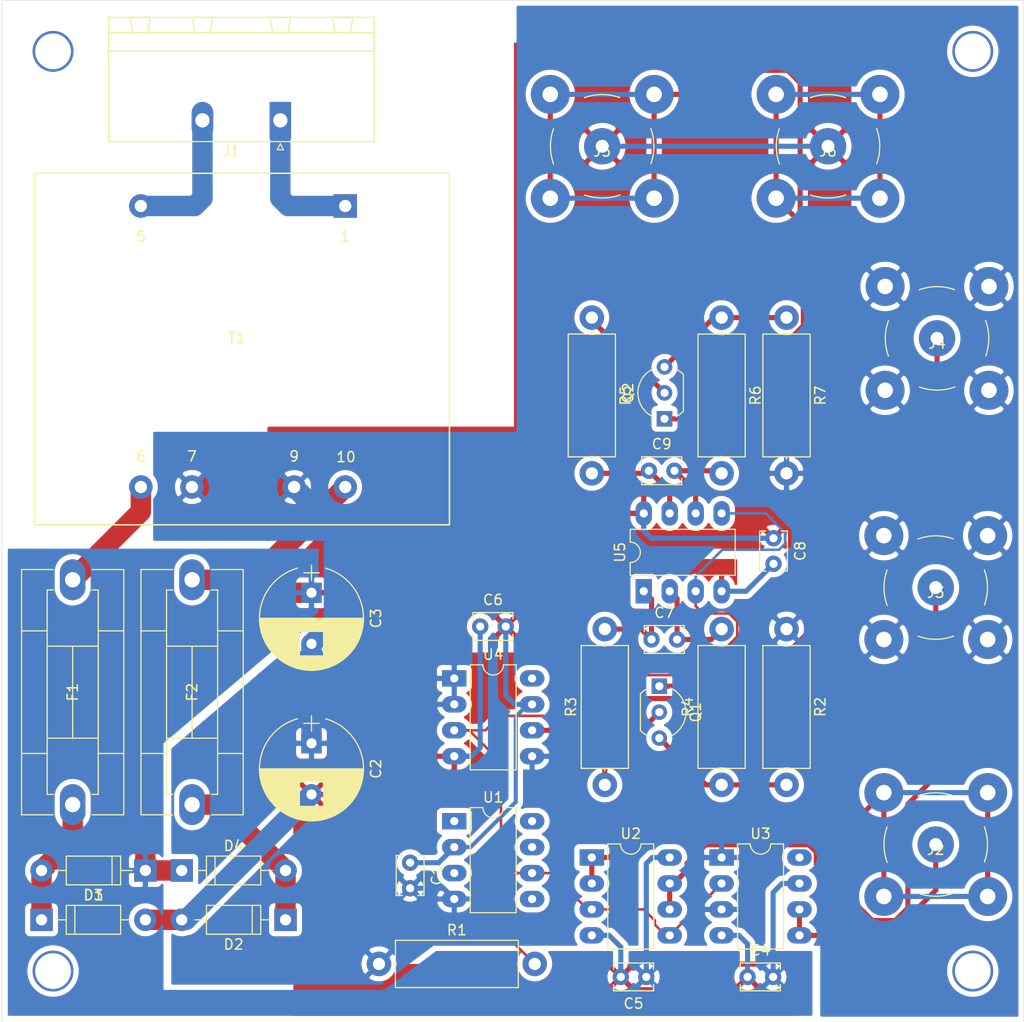
<source format=kicad_pcb>
(kicad_pcb (version 20171130) (host pcbnew 5.1.5-5.1.5)
  (layers (0 F.Cu signal) (31 B.Cu signal) (35 F.Paste user) (37 F.SilkS user) (38 B.Mask user) (39 F.Mask user) (44 Edge.Cuts user))
  (net 0 "")
  (net 1 +9V)
  (net 2 GND)
  (net 3 -9V)
  (net 4 "Net-(D1-Pad1)")
  (net 5 "Net-(D2-Pad1)")
  (net 6 "Net-(F1-Pad1)")
  (net 7 "Net-(F2-Pad1)")
  (net 8 "Net-(J1-Pad1)")
  (net 9 "Net-(J1-Pad2)")
  (net 10 /+10V)
  (net 11 /-10V)
  (net 12 /+5V)
  (net 13 /+2.5V)
  (net 14 /REF)
  (net 15 "Net-(U1-Pad1)")
  (net 16 "Net-(U1-Pad5)")
  (net 17 "Net-(U1-Pad3)")
  (net 18 "Net-(U1-Pad7)")
  (net 19 "Net-(U1-Pad8)")
  (net 20 "Net-(U3-Pad8)")
  (net 21 "Net-(U4-Pad8)")
  (net 22 "Net-(C7-Pad1)")
  (net 23 "Net-(C7-Pad2)")
  (net 24 "Net-(C9-Pad1)")
  (net 25 "Net-(C9-Pad2)")
  (net 26 "Net-(J5-Pad2)")
  (net 27 "Net-(J6-Pad2)")
  (net 28 "Net-(Q1-Pad2)")
  (net 29 "Net-(Q1-Pad3)")
  (net 30 "Net-(Q2-Pad2)")
  (net 31 "Net-(Q2-Pad3)")
  (module Präzisionsspannungsquelle:Print-BNC-REICHELT (layer F.Cu) (at 206.375 102.616)
    (fp_text reference J2 (at 0 0.5) (layer F.SilkS))
    (fp_text value "Reichelt: R 141 426")
    (pad 2 thru_hole circle (at 5.08 5.08) (size 3.81 3.81) (drill 1.524) (layers *.Cu *.Mask) (net 10 /+10V))
    (pad 2 thru_hole circle (at -5.08 -5.08) (size 3.81 3.81) (drill 1.524) (layers *.Cu *.Mask) (net 10 /+10V))
    (pad 1 thru_hole circle (at 0 0) (size 3.556 3.556) (drill 1.27) (layers *.Cu *.Mask) (net 11 /-10V))
    (pad 2 thru_hole circle (at -5.08 5.08) (size 3.81 3.81) (drill 1.524) (layers *.Cu *.Mask) (net 10 /+10V))
    (pad 2 thru_hole circle (at 5.08 -5.08) (size 3.81 3.81) (drill 1.524) (layers *.Cu *.Mask) (net 10 /+10V))
  )
  (module Präzisionsspannungsquelle:Print-BNC-REICHELT (layer F.Cu) (at 195.834 34.29)
    (fp_text reference J6 (at 0 0.5) (layer F.SilkS))
    (fp_text value "Reichelt: R 141 426")
    (pad 2 thru_hole circle (at 5.08 5.08) (size 3.81 3.81) (drill 1.524) (layers *.Cu *.Mask) (net 27 "Net-(J6-Pad2)"))
    (pad 2 thru_hole circle (at -5.08 -5.08) (size 3.81 3.81) (drill 1.524) (layers *.Cu *.Mask) (net 27 "Net-(J6-Pad2)"))
    (pad 1 thru_hole circle (at 0 0) (size 3.556 3.556) (drill 1.27) (layers *.Cu *.Mask) (net 1 +9V))
    (pad 2 thru_hole circle (at -5.08 5.08) (size 3.81 3.81) (drill 1.524) (layers *.Cu *.Mask) (net 27 "Net-(J6-Pad2)"))
    (pad 2 thru_hole circle (at 5.08 -5.08) (size 3.81 3.81) (drill 1.524) (layers *.Cu *.Mask) (net 27 "Net-(J6-Pad2)"))
  )
  (module Präzisionsspannungsquelle:Print-BNC-REICHELT (layer F.Cu) (at 206.375 77.47)
    (fp_text reference J3 (at 0 0.5) (layer F.SilkS))
    (fp_text value "Reichelt: R 141 426")
    (pad 2 thru_hole circle (at 5.08 5.08) (size 3.81 3.81) (drill 1.524) (layers *.Cu *.Mask) (net 2 GND))
    (pad 2 thru_hole circle (at -5.08 -5.08) (size 3.81 3.81) (drill 1.524) (layers *.Cu *.Mask) (net 2 GND))
    (pad 1 thru_hole circle (at 0 0) (size 3.556 3.556) (drill 1.27) (layers *.Cu *.Mask) (net 12 /+5V))
    (pad 2 thru_hole circle (at -5.08 5.08) (size 3.81 3.81) (drill 1.524) (layers *.Cu *.Mask) (net 2 GND))
    (pad 2 thru_hole circle (at 5.08 -5.08) (size 3.81 3.81) (drill 1.524) (layers *.Cu *.Mask) (net 2 GND))
  )
  (module Capacitors_THT:CP_Radial_D10.0mm_P5.00mm (layer F.Cu) (at 145.288 77.978 270)
    (fp_text reference C3 (at 2.5 -6.31 90) (layer F.SilkS))
    (fp_text value 100uF)
    (pad 1 thru_hole rect (at 0 0 270) (size 2 2) (drill 1) (layers *.Cu *.Mask) (net 1 +9V))
    (pad 2 thru_hole circle (at 5 0 270) (size 2 2) (drill 1) (layers *.Cu *.Mask) (net 2 GND))
  )
  (module Präzisionsspannungsquelle:DIP-8_W7.62mm_LongPads (layer F.Cu) (at 177.8 77.832 90)
    (fp_text reference U5 (at 3.81 -2.33 90) (layer F.SilkS))
    (fp_text value LT1013)
    (pad 1 thru_hole rect (at 0 0 90) (size 2.4 1.6) (drill 0.8) (layers *.Cu *.Mask) (net 22 "Net-(C7-Pad1)"))
    (pad 5 thru_hole oval (at 7.62 7.62 90) (size 2.4 1.6) (drill 0.8) (layers *.Cu *.Mask) (net 14 /REF))
    (pad 2 thru_hole oval (at 0 2.54 90) (size 2.4 1.6) (drill 0.8) (layers *.Cu *.Mask) (net 23 "Net-(C7-Pad2)"))
    (pad 6 thru_hole oval (at 7.62 5.08 90) (size 2.4 1.6) (drill 0.8) (layers *.Cu *.Mask) (net 25 "Net-(C9-Pad2)"))
    (pad 3 thru_hole oval (at 0 5.08 90) (size 2.4 1.6) (drill 0.8) (layers *.Cu *.Mask) (net 14 /REF))
    (pad 7 thru_hole oval (at 7.62 2.54 90) (size 2.4 1.6) (drill 0.8) (layers *.Cu *.Mask) (net 24 "Net-(C9-Pad1)"))
    (pad 4 thru_hole oval (at 0 7.62 90) (size 2.4 1.6) (drill 0.8) (layers *.Cu *.Mask) (net 3 -9V))
    (pad 8 thru_hole oval (at 7.62 0 90) (size 2.4 1.6) (drill 0.8) (layers *.Cu *.Mask) (net 1 +9V))
  )
  (module Resistors_THT:R_Axial_DIN0414_L11.9mm_D4.5mm_P15.24mm_Horizontal (layer F.Cu) (at 191.77 51.054 270)
    (fp_text reference R7 (at 7.62 -3.31 90) (layer F.SilkS))
    (fp_text value "1k 0,1%")
    (pad 1 thru_hole circle (at 0 0 270) (size 2.4 2.4) (drill 1.2) (layers *.Cu *.Mask) (net 31 "Net-(Q2-Pad3)"))
    (pad 2 thru_hole oval (at 15.24 0 270) (size 2.4 2.4) (drill 1.2) (layers *.Cu *.Mask) (net 2 GND))
  )
  (module Resistors_THT:R_Axial_DIN0414_L11.9mm_D4.5mm_P15.24mm_Horizontal (layer F.Cu) (at 185.42 51.054 270)
    (fp_text reference R6 (at 7.62 -3.31 90) (layer F.SilkS))
    (fp_text value 100k)
    (pad 1 thru_hole circle (at 0 0 270) (size 2.4 2.4) (drill 1.2) (layers *.Cu *.Mask) (net 31 "Net-(Q2-Pad3)"))
    (pad 2 thru_hole oval (at 15.24 0 270) (size 2.4 2.4) (drill 1.2) (layers *.Cu *.Mask) (net 25 "Net-(C9-Pad2)"))
  )
  (module Resistors_THT:R_Axial_DIN0414_L11.9mm_D4.5mm_P15.24mm_Horizontal (layer F.Cu) (at 172.72 51.054 270)
    (fp_text reference R5 (at 7.62 -3.31 90) (layer F.SilkS))
    (fp_text value 1k)
    (pad 1 thru_hole circle (at 0 0 270) (size 2.4 2.4) (drill 1.2) (layers *.Cu *.Mask) (net 30 "Net-(Q2-Pad2)"))
    (pad 2 thru_hole oval (at 15.24 0 270) (size 2.4 2.4) (drill 1.2) (layers *.Cu *.Mask) (net 24 "Net-(C9-Pad1)"))
  )
  (module Resistors_THT:R_Axial_DIN0414_L11.9mm_D4.5mm_P15.24mm_Horizontal (layer F.Cu) (at 185.42 96.774 90)
    (fp_text reference R4 (at 7.62 -3.31 90) (layer F.SilkS))
    (fp_text value 10k)
    (pad 1 thru_hole circle (at 0 0 90) (size 2.4 2.4) (drill 1.2) (layers *.Cu *.Mask) (net 29 "Net-(Q1-Pad3)"))
    (pad 2 thru_hole oval (at 15.24 0 90) (size 2.4 2.4) (drill 1.2) (layers *.Cu *.Mask) (net 23 "Net-(C7-Pad2)"))
  )
  (module Resistors_THT:R_Axial_DIN0414_L11.9mm_D4.5mm_P15.24mm_Horizontal (layer F.Cu) (at 173.99 96.774 90)
    (fp_text reference R3 (at 7.62 -3.31 90) (layer F.SilkS))
    (fp_text value 1k)
    (pad 1 thru_hole circle (at 0 0 90) (size 2.4 2.4) (drill 1.2) (layers *.Cu *.Mask) (net 28 "Net-(Q1-Pad2)"))
    (pad 2 thru_hole oval (at 15.24 0 90) (size 2.4 2.4) (drill 1.2) (layers *.Cu *.Mask) (net 22 "Net-(C7-Pad1)"))
  )
  (module Resistors_THT:R_Axial_DIN0414_L11.9mm_D4.5mm_P15.24mm_Horizontal (layer F.Cu) (at 191.77 81.534 270)
    (fp_text reference R2 (at 7.62 -3.31 90) (layer F.SilkS))
    (fp_text value "100R 0,1%")
    (pad 1 thru_hole circle (at 0 0 270) (size 2.4 2.4) (drill 1.2) (layers *.Cu *.Mask) (net 2 GND))
    (pad 2 thru_hole oval (at 15.24 0 270) (size 2.4 2.4) (drill 1.2) (layers *.Cu *.Mask) (net 29 "Net-(Q1-Pad3)"))
  )
  (module TO_SOT_Packages_THT:TO-92_Inline_Wide (layer F.Cu) (at 179.832 60.96 90)
    (fp_text reference Q2 (at 2.54 -3.56 270) (layer F.SilkS))
    (fp_text value BS170)
    (pad 2 thru_hole circle (at 2.54 0 180) (size 1.52 1.52) (drill 0.8) (layers *.Cu *.Mask) (net 30 "Net-(Q2-Pad2)"))
    (pad 3 thru_hole circle (at 5.08 0 180) (size 1.52 1.52) (drill 0.8) (layers *.Cu *.Mask) (net 31 "Net-(Q2-Pad3)"))
    (pad 1 thru_hole rect (at 0 0 180) (size 1.52 1.52) (drill 0.8) (layers *.Cu *.Mask) (net 27 "Net-(J6-Pad2)"))
  )
  (module TO_SOT_Packages_THT:TO-92_Inline_Wide (layer F.Cu) (at 179.324 87.122 270)
    (fp_text reference Q1 (at 2.54 -3.56 270) (layer F.SilkS))
    (fp_text value BS170)
    (pad 2 thru_hole circle (at 2.54 0) (size 1.52 1.52) (drill 0.8) (layers *.Cu *.Mask) (net 28 "Net-(Q1-Pad2)"))
    (pad 3 thru_hole circle (at 5.08 0) (size 1.52 1.52) (drill 0.8) (layers *.Cu *.Mask) (net 29 "Net-(Q1-Pad3)"))
    (pad 1 thru_hole rect (at 0 0) (size 1.52 1.52) (drill 0.8) (layers *.Cu *.Mask) (net 26 "Net-(J5-Pad2)"))
  )
  (module Präzisionsspannungsquelle:Print-BNC-REICHELT (layer F.Cu) (at 173.736 34.29)
    (fp_text reference J5 (at 0 0.5) (layer F.SilkS))
    (fp_text value "Reichelt: R 141 426")
    (pad 2 thru_hole circle (at 5.08 5.08) (size 3.81 3.81) (drill 1.524) (layers *.Cu *.Mask) (net 26 "Net-(J5-Pad2)"))
    (pad 2 thru_hole circle (at -5.08 -5.08) (size 3.81 3.81) (drill 1.524) (layers *.Cu *.Mask) (net 26 "Net-(J5-Pad2)"))
    (pad 1 thru_hole circle (at 0 0) (size 3.556 3.556) (drill 1.27) (layers *.Cu *.Mask) (net 1 +9V))
    (pad 2 thru_hole circle (at -5.08 5.08) (size 3.81 3.81) (drill 1.524) (layers *.Cu *.Mask) (net 26 "Net-(J5-Pad2)"))
    (pad 2 thru_hole circle (at 5.08 -5.08) (size 3.81 3.81) (drill 1.524) (layers *.Cu *.Mask) (net 26 "Net-(J5-Pad2)"))
  )
  (module Capacitors_THT:C_Disc_D3.8mm_W2.6mm_P2.50mm (layer F.Cu) (at 178.308 66.04)
    (fp_text reference C9 (at 1.25 -2.61) (layer F.SilkS))
    (fp_text value 100nF)
    (pad 1 thru_hole circle (at 0 0) (size 1.6 1.6) (drill 0.8) (layers *.Cu *.Mask) (net 24 "Net-(C9-Pad1)"))
    (pad 2 thru_hole circle (at 2.5 0) (size 1.6 1.6) (drill 0.8) (layers *.Cu *.Mask) (net 25 "Net-(C9-Pad2)"))
  )
  (module Capacitors_THT:C_Disc_D3.8mm_W2.6mm_P2.50mm (layer F.Cu) (at 190.5 72.644 270)
    (fp_text reference C8 (at 1.25 -2.61 90) (layer F.SilkS))
    (fp_text value 100nF)
    (pad 1 thru_hole circle (at 0 0 270) (size 1.6 1.6) (drill 0.8) (layers *.Cu *.Mask) (net 1 +9V))
    (pad 2 thru_hole circle (at 2.5 0 270) (size 1.6 1.6) (drill 0.8) (layers *.Cu *.Mask) (net 3 -9V))
  )
  (module Capacitors_THT:C_Disc_D3.8mm_W2.6mm_P2.50mm (layer F.Cu) (at 178.562 82.55)
    (fp_text reference C7 (at 1.25 -2.61) (layer F.SilkS))
    (fp_text value 100nF)
    (pad 1 thru_hole circle (at 0 0) (size 1.6 1.6) (drill 0.8) (layers *.Cu *.Mask) (net 22 "Net-(C7-Pad1)"))
    (pad 2 thru_hole circle (at 2.5 0) (size 1.6 1.6) (drill 0.8) (layers *.Cu *.Mask) (net 23 "Net-(C7-Pad2)"))
  )
  (module Präzisionsspannungsquelle:DIP-8_W7.62mm_LongPads (layer F.Cu) (at 159.258 86.36)
    (fp_text reference U4 (at 3.81 -2.33) (layer F.SilkS))
    (fp_text value INA105KP)
    (pad 1 thru_hole rect (at 0 0) (size 2.4 1.6) (drill 0.8) (layers *.Cu *.Mask) (net 2 GND))
    (pad 5 thru_hole oval (at 7.62 7.62) (size 2.4 1.6) (drill 0.8) (layers *.Cu *.Mask) (net 2 GND))
    (pad 2 thru_hole oval (at 0 2.54) (size 2.4 1.6) (drill 0.8) (layers *.Cu *.Mask) (net 2 GND))
    (pad 6 thru_hole oval (at 7.62 5.08) (size 2.4 1.6) (drill 0.8) (layers *.Cu *.Mask) (net 13 /+2.5V))
    (pad 3 thru_hole oval (at 0 5.08) (size 2.4 1.6) (drill 0.8) (layers *.Cu *.Mask) (net 14 /REF))
    (pad 7 thru_hole oval (at 7.62 2.54) (size 2.4 1.6) (drill 0.8) (layers *.Cu *.Mask) (net 1 +9V))
    (pad 4 thru_hole oval (at 0 7.62) (size 2.4 1.6) (drill 0.8) (layers *.Cu *.Mask) (net 3 -9V))
    (pad 8 thru_hole oval (at 7.62 0) (size 2.4 1.6) (drill 0.8) (layers *.Cu *.Mask) (net 21 "Net-(U4-Pad8)"))
  )
  (module Präzisionsspannungsquelle:DIP-8_W7.62mm_LongPads (layer F.Cu) (at 185.42 103.886)
    (fp_text reference U3 (at 3.81 -2.33) (layer F.SilkS))
    (fp_text value INA105KP)
    (pad 1 thru_hole rect (at 0 0) (size 2.4 1.6) (drill 0.8) (layers *.Cu *.Mask) (net 2 GND))
    (pad 5 thru_hole oval (at 7.62 7.62) (size 2.4 1.6) (drill 0.8) (layers *.Cu *.Mask) (net 11 /-10V))
    (pad 2 thru_hole oval (at 0 2.54) (size 2.4 1.6) (drill 0.8) (layers *.Cu *.Mask) (net 14 /REF))
    (pad 6 thru_hole oval (at 7.62 5.08) (size 2.4 1.6) (drill 0.8) (layers *.Cu *.Mask) (net 11 /-10V))
    (pad 3 thru_hole oval (at 0 5.08) (size 2.4 1.6) (drill 0.8) (layers *.Cu *.Mask) (net 2 GND))
    (pad 7 thru_hole oval (at 7.62 2.54) (size 2.4 1.6) (drill 0.8) (layers *.Cu *.Mask) (net 1 +9V))
    (pad 4 thru_hole oval (at 0 7.62) (size 2.4 1.6) (drill 0.8) (layers *.Cu *.Mask) (net 3 -9V))
    (pad 8 thru_hole oval (at 7.62 0) (size 2.4 1.6) (drill 0.8) (layers *.Cu *.Mask) (net 20 "Net-(U3-Pad8)"))
  )
  (module Präzisionsspannungsquelle:DIP-8_W7.62mm_LongPads (layer F.Cu) (at 172.72 103.886)
    (fp_text reference U2 (at 3.81 -2.33) (layer F.SilkS))
    (fp_text value LT1013)
    (pad 1 thru_hole rect (at 0 0) (size 2.4 1.6) (drill 0.8) (layers *.Cu *.Mask) (net 10 /+10V))
    (pad 5 thru_hole oval (at 7.62 7.62) (size 2.4 1.6) (drill 0.8) (layers *.Cu *.Mask) (net 14 /REF))
    (pad 2 thru_hole oval (at 0 2.54) (size 2.4 1.6) (drill 0.8) (layers *.Cu *.Mask) (net 10 /+10V))
    (pad 6 thru_hole oval (at 7.62 5.08) (size 2.4 1.6) (drill 0.8) (layers *.Cu *.Mask) (net 12 /+5V))
    (pad 3 thru_hole oval (at 0 5.08) (size 2.4 1.6) (drill 0.8) (layers *.Cu *.Mask) (net 14 /REF))
    (pad 7 thru_hole oval (at 7.62 2.54) (size 2.4 1.6) (drill 0.8) (layers *.Cu *.Mask) (net 12 /+5V))
    (pad 4 thru_hole oval (at 0 7.62) (size 2.4 1.6) (drill 0.8) (layers *.Cu *.Mask) (net 3 -9V))
    (pad 8 thru_hole oval (at 7.62 0) (size 2.4 1.6) (drill 0.8) (layers *.Cu *.Mask) (net 1 +9V))
  )
  (module Präzisionsspannungsquelle:DIP-8_W7.62mm_LongPads (layer F.Cu) (at 159.258 100.33)
    (fp_text reference U1 (at 3.81 -2.33) (layer F.SilkS))
    (fp_text value LT1021)
    (pad 1 thru_hole rect (at 0 0) (size 2.4 1.6) (drill 0.8) (layers *.Cu *.Mask) (net 15 "Net-(U1-Pad1)"))
    (pad 5 thru_hole oval (at 7.62 7.62) (size 2.4 1.6) (drill 0.8) (layers *.Cu *.Mask) (net 16 "Net-(U1-Pad5)"))
    (pad 2 thru_hole oval (at 0 2.54) (size 2.4 1.6) (drill 0.8) (layers *.Cu *.Mask) (net 1 +9V))
    (pad 6 thru_hole oval (at 7.62 5.08) (size 2.4 1.6) (drill 0.8) (layers *.Cu *.Mask) (net 14 /REF))
    (pad 3 thru_hole oval (at 0 5.08) (size 2.4 1.6) (drill 0.8) (layers *.Cu *.Mask) (net 17 "Net-(U1-Pad3)"))
    (pad 7 thru_hole oval (at 7.62 2.54) (size 2.4 1.6) (drill 0.8) (layers *.Cu *.Mask) (net 18 "Net-(U1-Pad7)"))
    (pad 4 thru_hole oval (at 0 7.62) (size 2.4 1.6) (drill 0.8) (layers *.Cu *.Mask) (net 2 GND))
    (pad 8 thru_hole oval (at 7.62 0) (size 2.4 1.6) (drill 0.8) (layers *.Cu *.Mask) (net 19 "Net-(U1-Pad8)"))
  )
  (module Präzisionsspannungsquelle:Transformer_Gerth_387.18.2-40,6x34,2 (layer F.Cu) (at 148.59 40.132 180)
    (fp_text reference T1 (at 10.62228 -12.8905) (layer F.SilkS))
    (fp_text value "Reichelt: Gerth 387.18-2")
    (fp_text user 10 (at -0.0762 -24.56942) (layer F.SilkS))
    (fp_text user 9 (at 5 -24.5) (layer F.SilkS))
    (fp_text user 7 (at 15 -24.5) (layer F.SilkS))
    (fp_text user 6 (at 20 -24.5) (layer F.SilkS))
    (fp_text user 5 (at 20 -3) (layer F.SilkS))
    (fp_text user 1 (at 0 -3) (layer F.SilkS))
    (pad 1 thru_hole rect (at 0 0 180) (size 2.3 2.3) (drill 1.2) (layers *.Cu *.Mask) (net 8 "Net-(J1-Pad1)"))
    (pad 5 thru_hole circle (at 20 0 180) (size 2.3 2.3) (drill 1.2) (layers *.Cu *.Mask) (net 9 "Net-(J1-Pad2)"))
    (pad 6 thru_hole circle (at 20 -27.5 180) (size 2.3 2.3) (drill 1.2) (layers *.Cu *.Mask) (net 6 "Net-(F1-Pad1)"))
    (pad 7 thru_hole circle (at 15 -27.5 180) (size 2.3 2.3) (drill 1.2) (layers *.Cu *.Mask) (net 2 GND))
    (pad 9 thru_hole circle (at 5 -27.5 180) (size 2.3 2.3) (drill 1.2) (layers *.Cu *.Mask) (net 2 GND))
    (pad 10 thru_hole circle (at 0 -27.5 180) (size 2.3 2.3) (drill 1.2) (layers *.Cu *.Mask) (net 7 "Net-(F2-Pad1)"))
  )
  (module Resistors_THT:R_Axial_DIN0414_L11.9mm_D4.5mm_P15.24mm_Horizontal (layer F.Cu) (at 151.892 114.3)
    (fp_text reference R1 (at 7.62 -3.31) (layer F.SilkS))
    (fp_text value 4k7)
    (pad 1 thru_hole circle (at 0 0) (size 2.4 2.4) (drill 1.2) (layers *.Cu *.Mask) (net 2 GND))
    (pad 2 thru_hole oval (at 15.24 0) (size 2.4 2.4) (drill 1.2) (layers *.Cu *.Mask) (net 14 /REF))
  )
  (module Präzisionsspannungsquelle:Print-BNC-REICHELT (layer F.Cu) (at 206.502 53.086)
    (fp_text reference J4 (at 0 0.5) (layer F.SilkS))
    (fp_text value "Reichelt: R 141 426")
    (pad 2 thru_hole circle (at 5.08 5.08) (size 3.81 3.81) (drill 1.524) (layers *.Cu *.Mask) (net 2 GND))
    (pad 2 thru_hole circle (at -5.08 -5.08) (size 3.81 3.81) (drill 1.524) (layers *.Cu *.Mask) (net 2 GND))
    (pad 1 thru_hole circle (at 0 0) (size 3.556 3.556) (drill 1.27) (layers *.Cu *.Mask) (net 13 /+2.5V))
    (pad 2 thru_hole circle (at -5.08 5.08) (size 3.81 3.81) (drill 1.524) (layers *.Cu *.Mask) (net 2 GND))
    (pad 2 thru_hole circle (at 5.08 -5.08) (size 3.81 3.81) (drill 1.524) (layers *.Cu *.Mask) (net 2 GND))
  )
  (module Connectors_Phoenix:PhoenixContact_GMSTB-GF_02x7.62mm_Angled_ThreadedFlange (layer F.Cu) (at 142.24 31.75 180)
    (fp_text reference J1 (at 4.81 -3) (layer F.SilkS))
    (fp_text value 230VAC-Netzstecker)
    (pad 1 thru_hole rect (at 0 0 180) (size 2.1 3.6) (drill 1.4) (layers *.Cu *.Mask) (net 8 "Net-(J1-Pad1)"))
    (pad 2 thru_hole oval (at 7.62 0 180) (size 2.1 3.6) (drill 1.4) (layers *.Cu *.Mask) (net 9 "Net-(J1-Pad2)"))
  )
  (module Fuse_Holders_and_Fuses:Fuseholder5x20_horiz_SemiClosed_Casing10x25mm (layer F.Cu) (at 133.604 76.708 270)
    (fp_text reference F2 (at 11 0 90) (layer F.SilkS))
    (fp_text value 200mA)
    (pad 2 thru_hole oval (at 22 0 180) (size 2.5 4) (drill 1.5) (layers *.Cu *.Mask) (net 5 "Net-(D2-Pad1)"))
    (pad 1 thru_hole oval (at 0 0 180) (size 2.5 4) (drill 1.5) (layers *.Cu *.Mask) (net 7 "Net-(F2-Pad1)"))
  )
  (module Fuse_Holders_and_Fuses:Fuseholder5x20_horiz_SemiClosed_Casing10x25mm (layer F.Cu) (at 121.92 76.708 270)
    (fp_text reference F1 (at 11 0 90) (layer F.SilkS))
    (fp_text value 200mA)
    (pad 2 thru_hole oval (at 22 0 180) (size 2.5 4) (drill 1.5) (layers *.Cu *.Mask) (net 4 "Net-(D1-Pad1)"))
    (pad 1 thru_hole oval (at 0 0 180) (size 2.5 4) (drill 1.5) (layers *.Cu *.Mask) (net 6 "Net-(F1-Pad1)"))
  )
  (module Diodes_THT:D_DO-41_SOD81_P10.16mm_Horizontal (layer F.Cu) (at 132.588 105.156)
    (fp_text reference D4 (at 5.08 -2.41) (layer F.SilkS))
    (fp_text value 1N4001)
    (pad 1 thru_hole rect (at 0 0) (size 2.2 2.2) (drill 1.1) (layers *.Cu *.Mask) (net 1 +9V))
    (pad 2 thru_hole oval (at 10.16 0) (size 2.2 2.2) (drill 1.1) (layers *.Cu *.Mask) (net 5 "Net-(D2-Pad1)"))
  )
  (module Diodes_THT:D_DO-41_SOD81_P10.16mm_Horizontal (layer F.Cu) (at 129.032 105.156 180)
    (fp_text reference D3 (at 5.08 -2.41) (layer F.SilkS))
    (fp_text value 1N4001)
    (pad 1 thru_hole rect (at 0 0 180) (size 2.2 2.2) (drill 1.1) (layers *.Cu *.Mask) (net 1 +9V))
    (pad 2 thru_hole oval (at 10.16 0 180) (size 2.2 2.2) (drill 1.1) (layers *.Cu *.Mask) (net 4 "Net-(D1-Pad1)"))
  )
  (module Diodes_THT:D_DO-41_SOD81_P10.16mm_Horizontal (layer F.Cu) (at 142.748 109.982 180)
    (fp_text reference D2 (at 5.08 -2.41) (layer F.SilkS))
    (fp_text value 1N4001)
    (pad 1 thru_hole rect (at 0 0 180) (size 2.2 2.2) (drill 1.1) (layers *.Cu *.Mask) (net 5 "Net-(D2-Pad1)"))
    (pad 2 thru_hole oval (at 10.16 0 180) (size 2.2 2.2) (drill 1.1) (layers *.Cu *.Mask) (net 3 -9V))
  )
  (module Diodes_THT:D_DO-41_SOD81_P10.16mm_Horizontal (layer F.Cu) (at 118.872 109.982)
    (fp_text reference D1 (at 5.08 -2.41) (layer F.SilkS))
    (fp_text value 1N4001)
    (pad 1 thru_hole rect (at 0 0) (size 2.2 2.2) (drill 1.1) (layers *.Cu *.Mask) (net 4 "Net-(D1-Pad1)"))
    (pad 2 thru_hole oval (at 10.16 0) (size 2.2 2.2) (drill 1.1) (layers *.Cu *.Mask) (net 3 -9V))
  )
  (module Capacitors_THT:C_Disc_D3.8mm_W2.6mm_P2.50mm (layer F.Cu) (at 161.798 81.28)
    (fp_text reference C6 (at 1.25 -2.61) (layer F.SilkS))
    (fp_text value 100nF)
    (pad 1 thru_hole circle (at 0 0) (size 1.6 1.6) (drill 0.8) (layers *.Cu *.Mask) (net 3 -9V))
    (pad 2 thru_hole circle (at 2.5 0) (size 1.6 1.6) (drill 0.8) (layers *.Cu *.Mask) (net 1 +9V))
  )
  (module Capacitors_THT:C_Disc_D3.8mm_W2.6mm_P2.50mm (layer F.Cu) (at 178.054 115.57 180)
    (fp_text reference C5 (at 1.25 -2.61) (layer F.SilkS))
    (fp_text value 100nF)
    (pad 1 thru_hole circle (at 0 0 180) (size 1.6 1.6) (drill 0.8) (layers *.Cu *.Mask) (net 1 +9V))
    (pad 2 thru_hole circle (at 2.5 0 180) (size 1.6 1.6) (drill 0.8) (layers *.Cu *.Mask) (net 3 -9V))
  )
  (module Capacitors_THT:C_Disc_D3.8mm_W2.6mm_P2.50mm (layer F.Cu) (at 187.96 115.57)
    (fp_text reference C4 (at 1.25 -2.61) (layer F.SilkS))
    (fp_text value 100nF)
    (pad 1 thru_hole circle (at 0 0) (size 1.6 1.6) (drill 0.8) (layers *.Cu *.Mask) (net 3 -9V))
    (pad 2 thru_hole circle (at 2.5 0) (size 1.6 1.6) (drill 0.8) (layers *.Cu *.Mask) (net 1 +9V))
  )
  (module Capacitors_THT:CP_Radial_D10.0mm_P5.00mm (layer F.Cu) (at 145.288 92.71 270)
    (fp_text reference C2 (at 2.5 -6.31 90) (layer F.SilkS))
    (fp_text value 100uF)
    (pad 1 thru_hole rect (at 0 0 270) (size 2 2) (drill 1) (layers *.Cu *.Mask) (net 2 GND))
    (pad 2 thru_hole circle (at 5 0 270) (size 2 2) (drill 1) (layers *.Cu *.Mask) (net 3 -9V))
  )
  (module Capacitors_THT:C_Disc_D3.8mm_W2.6mm_P2.50mm (layer F.Cu) (at 154.94 104.394 270)
    (fp_text reference C1 (at 1.25 -2.61 90) (layer F.SilkS))
    (fp_text value 100nF)
    (pad 1 thru_hole circle (at 0 0 270) (size 1.6 1.6) (drill 0.8) (layers *.Cu *.Mask) (net 1 +9V))
    (pad 2 thru_hole circle (at 2.5 0 270) (size 1.6 1.6) (drill 0.8) (layers *.Cu *.Mask) (net 2 GND))
  )
  (gr_line (start 115 120) (end 115 20) (layer Edge.Cuts) (width 0.05))
  (gr_line (start 215 120) (end 115 120) (layer Edge.Cuts) (width 0.05))
  (gr_line (start 215 20) (end 215 120) (layer Edge.Cuts) (width 0.05))
  (gr_line (start 115 20) (end 215 20) (layer Edge.Cuts) (width 0.05))
  (via (at 120 25) (size 4) (drill 3.5) (layers F.Cu B.Cu) (net 0))
  (via (at 210 25) (size 4) (drill 3.5) (layers F.Cu B.Cu) (net 0))
  (via (at 210 115) (size 4) (drill 3.5) (layers F.Cu B.Cu) (net 0))
  (via (at 120 115) (size 4) (drill 3.5) (layers F.Cu B.Cu) (net 0))
  (segment (start 129.032 105.156) (end 132.588 105.156) (width 2) (layer F.Cu) (net 1))
  (segment (start 142.288 77.978) (end 145.288 77.978) (width 2) (layer F.Cu) (net 1))
  (segment (start 129.032 91.234) (end 142.288 77.978) (width 2) (layer F.Cu) (net 1))
  (segment (start 129.032 105.156) (end 129.032 91.234) (width 2) (layer F.Cu) (net 1))
  (segment (start 157.734 104.394) (end 159.258 102.87) (width 0.5) (layer B.Cu) (net 1))
  (segment (start 154.94 104.394) (end 157.734 104.394) (width 0.5) (layer B.Cu) (net 1))
  (segment (start 178.64 103.886) (end 180.34 103.886) (width 0.5) (layer B.Cu) (net 1))
  (segment (start 178.054 104.472) (end 178.64 103.886) (width 0.5) (layer B.Cu) (net 1))
  (segment (start 178.054 115.57) (end 178.054 104.472) (width 0.5) (layer B.Cu) (net 1))
  (segment (start 190.46 107.306) (end 191.34 106.426) (width 0.5) (layer B.Cu) (net 1))
  (segment (start 190.46 115.57) (end 190.46 107.306) (width 0.5) (layer B.Cu) (net 1))
  (segment (start 165.178 88.9) (end 166.878 88.9) (width 0.5) (layer B.Cu) (net 1))
  (segment (start 164.298 88.02) (end 165.178 88.9) (width 0.5) (layer B.Cu) (net 1))
  (segment (start 164.298 81.28) (end 164.298 88.02) (width 0.5) (layer B.Cu) (net 1))
  (segment (start 178.532 72.644) (end 189.36863 72.644) (width 0.5) (layer B.Cu) (net 1))
  (segment (start 177.8 71.912) (end 178.532 72.644) (width 0.5) (layer B.Cu) (net 1))
  (segment (start 189.36863 72.644) (end 190.5 72.644) (width 0.5) (layer B.Cu) (net 1))
  (segment (start 177.8 70.212) (end 177.8 71.912) (width 0.5) (layer B.Cu) (net 1))
  (segment (start 191.34 106.426) (end 193.04 106.426) (width 0.5) (layer B.Cu) (net 1))
  (segment (start 160.996 77.978) (end 145.288 77.978) (width 0.5) (layer F.Cu) (net 1))
  (segment (start 164.298 81.28) (end 160.996 77.978) (width 0.5) (layer F.Cu) (net 1))
  (segment (start 145.288 76.478) (end 145.288 77.978) (width 0.5) (layer F.Cu) (net 1))
  (segment (start 145.566 76.2) (end 145.288 76.478) (width 0.5) (layer F.Cu) (net 1))
  (segment (start 165.1 76.2) (end 145.566 76.2) (width 0.5) (layer F.Cu) (net 1))
  (segment (start 171.088 70.212) (end 165.1 76.2) (width 0.5) (layer F.Cu) (net 1))
  (segment (start 177.8 70.212) (end 171.088 70.212) (width 0.5) (layer F.Cu) (net 1))
  (segment (start 179.304001 114.319999) (end 178.853999 114.770001) (width 0.5) (layer F.Cu) (net 1))
  (segment (start 178.853999 114.770001) (end 178.054 115.57) (width 0.5) (layer F.Cu) (net 1))
  (segment (start 189.209999 114.319999) (end 179.304001 114.319999) (width 0.5) (layer F.Cu) (net 1))
  (segment (start 190.46 115.57) (end 189.209999 114.319999) (width 0.5) (layer F.Cu) (net 1))
  (segment (start 165.278 98.45) (end 160.858 102.87) (width 0.4) (layer B.Cu) (net 1))
  (segment (start 165.278 90.1) (end 165.278 98.45) (width 0.4) (layer B.Cu) (net 1))
  (segment (start 166.478 88.9) (end 165.278 90.1) (width 0.4) (layer B.Cu) (net 1))
  (segment (start 160.858 102.87) (end 159.258 102.87) (width 0.4) (layer B.Cu) (net 1))
  (segment (start 166.878 88.9) (end 166.478 88.9) (width 0.4) (layer B.Cu) (net 1))
  (segment (start 195.834 34.29) (end 173.736 34.29) (width 0.5) (layer B.Cu) (net 1))
  (segment (start 133.59 67.632) (end 143.59 67.632) (width 2) (layer F.Cu) (net 2))
  (segment (start 145.288 82.978) (end 145.288 92.71) (width 2) (layer B.Cu) (net 2))
  (segment (start 158.202 106.894) (end 159.258 107.95) (width 0.5) (layer B.Cu) (net 2))
  (segment (start 154.94 106.894) (end 158.202 106.894) (width 0.5) (layer B.Cu) (net 2))
  (segment (start 144.739999 68.781999) (end 143.59 67.632) (width 2) (layer B.Cu) (net 2))
  (segment (start 147.488001 71.530001) (end 144.739999 68.781999) (width 2) (layer B.Cu) (net 2))
  (segment (start 147.488001 80.777999) (end 147.488001 71.530001) (width 2) (layer B.Cu) (net 2))
  (segment (start 145.288 82.978) (end 147.488001 80.777999) (width 2) (layer B.Cu) (net 2))
  (segment (start 129.032 109.982) (end 132.588 109.982) (width 2) (layer F.Cu) (net 3))
  (segment (start 174.42 111.506) (end 172.72 111.506) (width 0.5) (layer B.Cu) (net 3))
  (segment (start 175.554 112.64) (end 174.42 111.506) (width 0.5) (layer B.Cu) (net 3))
  (segment (start 175.554 115.57) (end 175.554 112.64) (width 0.5) (layer B.Cu) (net 3))
  (segment (start 187.12 111.506) (end 185.42 111.506) (width 0.5) (layer B.Cu) (net 3))
  (segment (start 187.96 112.346) (end 187.12 111.506) (width 0.5) (layer B.Cu) (net 3))
  (segment (start 187.96 115.57) (end 187.96 112.346) (width 0.5) (layer B.Cu) (net 3))
  (segment (start 161.798 93.14) (end 160.958 93.98) (width 0.5) (layer B.Cu) (net 3))
  (segment (start 161.798 81.28) (end 161.798 93.14) (width 0.5) (layer B.Cu) (net 3))
  (segment (start 187.812 77.832) (end 190.5 75.144) (width 0.5) (layer B.Cu) (net 3))
  (segment (start 185.42 77.832) (end 187.812 77.832) (width 0.5) (layer B.Cu) (net 3))
  (segment (start 160.958 93.98) (end 159.258 93.98) (width 0.5) (layer B.Cu) (net 3))
  (segment (start 159.258 95.28) (end 159.258 93.98) (width 0.5) (layer F.Cu) (net 3))
  (segment (start 156.828 97.71) (end 159.258 95.28) (width 0.5) (layer F.Cu) (net 3))
  (segment (start 145.288 97.71) (end 156.828 97.71) (width 0.5) (layer F.Cu) (net 3))
  (segment (start 186.709999 116.820001) (end 187.160001 116.369999) (width 0.5) (layer F.Cu) (net 3))
  (segment (start 176.804001 116.820001) (end 186.709999 116.820001) (width 0.5) (layer F.Cu) (net 3))
  (segment (start 187.160001 116.369999) (end 187.96 115.57) (width 0.5) (layer F.Cu) (net 3))
  (segment (start 175.554 115.57) (end 176.804001 116.820001) (width 0.5) (layer F.Cu) (net 3))
  (segment (start 133.016 109.982) (end 145.288 97.71) (width 2) (layer B.Cu) (net 3))
  (segment (start 132.588 109.982) (end 133.016 109.982) (width 2) (layer B.Cu) (net 3))
  (segment (start 121.92 102.108) (end 118.872 105.156) (width 2) (layer F.Cu) (net 4))
  (segment (start 121.92 98.708) (end 121.92 102.108) (width 2) (layer F.Cu) (net 4))
  (segment (start 118.872 105.156) (end 118.872 109.982) (width 2) (layer F.Cu) (net 4))
  (segment (start 136.3 98.708) (end 142.748 105.156) (width 2) (layer F.Cu) (net 5))
  (segment (start 133.604 98.708) (end 136.3 98.708) (width 2) (layer F.Cu) (net 5))
  (segment (start 142.748 105.156) (end 142.748 109.982) (width 2) (layer F.Cu) (net 5))
  (segment (start 128.59 70.038) (end 121.92 76.708) (width 2) (layer F.Cu) (net 6))
  (segment (start 128.59 67.632) (end 128.59 70.038) (width 2) (layer F.Cu) (net 6))
  (segment (start 139.514 76.708) (end 133.604 76.708) (width 2) (layer F.Cu) (net 7))
  (segment (start 148.59 67.632) (end 139.514 76.708) (width 2) (layer F.Cu) (net 7))
  (segment (start 142.24 31.75) (end 142.24 39.37) (width 2) (layer B.Cu) (net 8))
  (segment (start 143.002 40.132) (end 148.59 40.132) (width 2) (layer B.Cu) (net 8))
  (segment (start 142.24 39.37) (end 143.002 40.132) (width 2) (layer B.Cu) (net 8))
  (segment (start 133.858 40.132) (end 128.59 40.132) (width 2) (layer B.Cu) (net 9))
  (segment (start 134.62 31.75) (end 134.62 39.37) (width 2) (layer B.Cu) (net 9))
  (segment (start 134.62 39.37) (end 133.858 40.132) (width 2) (layer B.Cu) (net 9))
  (segment (start 172.72 106.426) (end 172.72 103.886) (width 0.5) (layer F.Cu) (net 10))
  (segment (start 193.04 108.966) (end 193.04 111.506) (width 0.5) (layer F.Cu) (net 11))
  (segment (start 180.34 108.966) (end 180.34 106.426) (width 0.5) (layer F.Cu) (net 12))
  (segment (start 174.42 103.886) (end 178.865001 99.440999) (width 0.5) (layer F.Cu) (net 10))
  (segment (start 199.390001 99.440999) (end 201.295 97.536) (width 0.5) (layer F.Cu) (net 10))
  (segment (start 178.865001 99.440999) (end 199.390001 99.440999) (width 0.5) (layer F.Cu) (net 10))
  (segment (start 172.72 103.886) (end 174.42 103.886) (width 0.5) (layer F.Cu) (net 10))
  (segment (start 201.295 107.696) (end 201.295 97.536) (width 0.5) (layer F.Cu) (net 10))
  (segment (start 211.455 107.696) (end 211.455 97.536) (width 0.5) (layer F.Cu) (net 10))
  (segment (start 201.295 97.536) (end 211.455 97.536) (width 0.5) (layer B.Cu) (net 10))
  (segment (start 201.295 107.696) (end 211.455 107.696) (width 0.5) (layer B.Cu) (net 10))
  (segment (start 206.375 105.130471) (end 206.375 102.616) (width 0.5) (layer F.Cu) (net 11))
  (segment (start 206.375 107.091365) (end 206.375 105.130471) (width 0.5) (layer F.Cu) (net 11))
  (segment (start 201.960365 111.506) (end 206.375 107.091365) (width 0.5) (layer F.Cu) (net 11))
  (segment (start 193.04 111.506) (end 201.960365 111.506) (width 0.5) (layer F.Cu) (net 11))
  (segment (start 180.74 106.426) (end 180.34 106.426) (width 0.5) (layer F.Cu) (net 12))
  (segment (start 182.04 105.126) (end 180.74 106.426) (width 0.5) (layer F.Cu) (net 12))
  (segment (start 182.04 104.455998) (end 182.04 105.126) (width 0.5) (layer F.Cu) (net 12))
  (segment (start 183.860008 102.63599) (end 182.04 104.455998) (width 0.5) (layer F.Cu) (net 12))
  (segment (start 193.957771 102.63599) (end 183.860008 102.63599) (width 0.5) (layer F.Cu) (net 12))
  (segment (start 194.69001 103.368229) (end 193.957771 102.63599) (width 0.5) (layer F.Cu) (net 12))
  (segment (start 194.69001 104.576412) (end 194.69001 103.368229) (width 0.5) (layer F.Cu) (net 12))
  (segment (start 200.164599 110.051001) (end 194.69001 104.576412) (width 0.5) (layer F.Cu) (net 12))
  (segment (start 203.650001 108.826401) (end 202.425401 110.051001) (width 0.5) (layer F.Cu) (net 12))
  (segment (start 203.650001 98.666401) (end 203.650001 108.826401) (width 0.5) (layer F.Cu) (net 12))
  (segment (start 206.375 95.941402) (end 203.650001 98.666401) (width 0.5) (layer F.Cu) (net 12))
  (segment (start 202.425401 110.051001) (end 200.164599 110.051001) (width 0.5) (layer F.Cu) (net 12))
  (segment (start 206.375 77.47) (end 206.375 95.941402) (width 0.5) (layer F.Cu) (net 12))
  (segment (start 196.780999 78.965003) (end 196.780999 71.880403) (width 0.5) (layer F.Cu) (net 13))
  (segment (start 187.414001 88.332001) (end 196.780999 78.965003) (width 0.5) (layer F.Cu) (net 13))
  (segment (start 171.685999 88.332001) (end 187.414001 88.332001) (width 0.5) (layer F.Cu) (net 13))
  (segment (start 168.578 91.44) (end 171.685999 88.332001) (width 0.5) (layer F.Cu) (net 13))
  (segment (start 166.878 91.44) (end 168.578 91.44) (width 0.5) (layer F.Cu) (net 13))
  (segment (start 206.502 62.738) (end 204.47 64.77) (width 0.5) (layer F.Cu) (net 13))
  (segment (start 206.502 53.086) (end 206.502 62.738) (width 0.5) (layer F.Cu) (net 13))
  (segment (start 196.780999 71.880403) (end 204.47 64.77) (width 0.5) (layer F.Cu) (net 13))
  (segment (start 189.733002 70.212) (end 186.47 70.212) (width 0.25) (layer B.Cu) (net 14))
  (segment (start 186.47 70.212) (end 185.42 70.212) (width 0.25) (layer B.Cu) (net 14))
  (segment (start 191.625001 73.184001) (end 191.625001 72.103999) (width 0.25) (layer B.Cu) (net 14))
  (segment (start 191.040001 73.769001) (end 191.625001 73.184001) (width 0.25) (layer B.Cu) (net 14))
  (segment (start 185.492999 73.769001) (end 191.040001 73.769001) (width 0.25) (layer B.Cu) (net 14))
  (segment (start 182.88 76.382) (end 185.492999 73.769001) (width 0.25) (layer B.Cu) (net 14))
  (segment (start 191.625001 72.103999) (end 189.733002 70.212) (width 0.25) (layer B.Cu) (net 14))
  (segment (start 182.88 77.832) (end 182.88 76.382) (width 0.25) (layer B.Cu) (net 14))
  (segment (start 160.708 91.44) (end 163.83 94.562) (width 0.25) (layer F.Cu) (net 14))
  (segment (start 163.83 103.812) (end 165.428 105.41) (width 0.25) (layer F.Cu) (net 14))
  (segment (start 163.83 94.562) (end 163.83 103.812) (width 0.25) (layer F.Cu) (net 14))
  (segment (start 180.34 111.506) (end 185.42 106.426) (width 0.25) (layer F.Cu) (net 14))
  (segment (start 167.132 114.3) (end 163.83 110.998) (width 0.25) (layer F.Cu) (net 14))
  (segment (start 165.428 105.41) (end 166.878 105.41) (width 0.25) (layer F.Cu) (net 14))
  (segment (start 163.83 107.008) (end 165.428 105.41) (width 0.25) (layer F.Cu) (net 14))
  (segment (start 163.83 110.998) (end 163.83 107.008) (width 0.25) (layer F.Cu) (net 14))
  (segment (start 172.32 108.966) (end 172.72 108.966) (width 0.25) (layer F.Cu) (net 14))
  (segment (start 171.27 107.916) (end 172.32 108.966) (width 0.25) (layer F.Cu) (net 14))
  (segment (start 171.27 107.516) (end 171.27 107.916) (width 0.25) (layer F.Cu) (net 14))
  (segment (start 169.164 105.41) (end 171.27 107.516) (width 0.25) (layer F.Cu) (net 14))
  (segment (start 166.878 105.41) (end 169.164 105.41) (width 0.25) (layer F.Cu) (net 14))
  (segment (start 179.94 111.506) (end 180.34 111.506) (width 0.25) (layer F.Cu) (net 14))
  (segment (start 178.89 110.056) (end 178.89 110.456) (width 0.25) (layer F.Cu) (net 14))
  (segment (start 178.89 110.456) (end 179.94 111.506) (width 0.25) (layer F.Cu) (net 14))
  (segment (start 177.8 108.966) (end 178.89 110.056) (width 0.25) (layer F.Cu) (net 14))
  (segment (start 172.72 108.966) (end 177.8 108.966) (width 0.25) (layer F.Cu) (net 14))
  (segment (start 159.258 91.44) (end 160.708 91.44) (width 0.25) (layer F.Cu) (net 14))
  (segment (start 183.174003 86.036999) (end 172.789001 86.036999) (width 0.25) (layer F.Cu) (net 14))
  (segment (start 186.945001 80.801999) (end 186.945001 82.266001) (width 0.25) (layer F.Cu) (net 14))
  (segment (start 182.88 77.832) (end 182.88 79.282) (width 0.25) (layer F.Cu) (net 14))
  (segment (start 183.606999 80.008999) (end 186.152001 80.008999) (width 0.25) (layer F.Cu) (net 14))
  (segment (start 186.152001 80.008999) (end 186.945001 80.801999) (width 0.25) (layer F.Cu) (net 14))
  (segment (start 182.88 79.282) (end 183.606999 80.008999) (width 0.25) (layer F.Cu) (net 14))
  (segment (start 186.945001 82.266001) (end 183.174003 86.036999) (width 0.25) (layer F.Cu) (net 14))
  (segment (start 168.80099 90.02501) (end 163.72099 90.02501) (width 0.25) (layer F.Cu) (net 14))
  (segment (start 172.789001 86.036999) (end 168.80099 90.02501) (width 0.25) (layer F.Cu) (net 14))
  (segment (start 162.306 91.44) (end 159.258 91.44) (width 0.25) (layer F.Cu) (net 14))
  (segment (start 163.72099 90.02501) (end 162.306 91.44) (width 0.25) (layer F.Cu) (net 14))
  (segment (start 177.546 81.534) (end 178.562 82.55) (width 0.5) (layer F.Cu) (net 22))
  (segment (start 173.99 81.534) (end 177.546 81.534) (width 0.5) (layer F.Cu) (net 22))
  (segment (start 178.562 78.594) (end 177.8 77.832) (width 0.5) (layer F.Cu) (net 22))
  (segment (start 178.562 82.55) (end 178.562 78.594) (width 0.5) (layer F.Cu) (net 22))
  (segment (start 181.062 78.554) (end 180.34 77.832) (width 0.5) (layer F.Cu) (net 23))
  (segment (start 181.062 82.55) (end 181.062 78.554) (width 0.5) (layer F.Cu) (net 23))
  (segment (start 184.404 82.55) (end 185.42 81.534) (width 0.5) (layer F.Cu) (net 23))
  (segment (start 181.062 82.55) (end 184.404 82.55) (width 0.5) (layer F.Cu) (net 23))
  (segment (start 180.34 68.072) (end 178.308 66.04) (width 0.5) (layer F.Cu) (net 24))
  (segment (start 180.34 70.212) (end 180.34 68.072) (width 0.5) (layer F.Cu) (net 24))
  (segment (start 178.054 66.294) (end 178.308 66.04) (width 0.5) (layer F.Cu) (net 24))
  (segment (start 172.72 66.294) (end 178.054 66.294) (width 0.5) (layer F.Cu) (net 24))
  (segment (start 182.88 68.112) (end 180.808 66.04) (width 0.5) (layer F.Cu) (net 25))
  (segment (start 182.88 70.212) (end 182.88 68.112) (width 0.5) (layer F.Cu) (net 25))
  (segment (start 185.166 66.04) (end 185.42 66.294) (width 0.5) (layer F.Cu) (net 25))
  (segment (start 180.808 66.04) (end 185.166 66.04) (width 0.5) (layer F.Cu) (net 25))
  (segment (start 180.584 87.122) (end 179.324 87.122) (width 0.5) (layer F.Cu) (net 26))
  (segment (start 182.902188 87.122) (end 180.584 87.122) (width 0.5) (layer F.Cu) (net 26))
  (segment (start 195.397966 74.626222) (end 182.902188 87.122) (width 0.5) (layer F.Cu) (net 26))
  (segment (start 195.397966 43.024003) (end 195.397966 74.626222) (width 0.5) (layer F.Cu) (net 26))
  (segment (start 193.109001 40.735038) (end 195.397966 43.024003) (width 0.5) (layer F.Cu) (net 26))
  (segment (start 193.109001 28.079599) (end 193.109001 40.735038) (width 0.5) (layer F.Cu) (net 26))
  (segment (start 191.884401 26.854999) (end 193.109001 28.079599) (width 0.5) (layer F.Cu) (net 26))
  (segment (start 183.865077 26.854999) (end 191.884401 26.854999) (width 0.5) (layer F.Cu) (net 26))
  (segment (start 181.510076 29.21) (end 183.865077 26.854999) (width 0.5) (layer F.Cu) (net 26))
  (segment (start 178.816 29.21) (end 181.510076 29.21) (width 0.5) (layer F.Cu) (net 26))
  (segment (start 178.816 39.37) (end 178.816 29.21) (width 0.5) (layer F.Cu) (net 26))
  (segment (start 168.656 39.37) (end 168.656 29.21) (width 0.5) (layer F.Cu) (net 26))
  (segment (start 168.656 39.37) (end 178.816 39.37) (width 0.5) (layer B.Cu) (net 26))
  (segment (start 168.656 29.21) (end 178.816 29.21) (width 0.5) (layer B.Cu) (net 26))
  (segment (start 192.658999 41.274999) (end 190.754 39.37) (width 0.5) (layer F.Cu) (net 27))
  (segment (start 193.420001 42.036001) (end 192.658999 41.274999) (width 0.5) (layer F.Cu) (net 27))
  (segment (start 193.420001 51.846001) (end 193.420001 42.036001) (width 0.5) (layer F.Cu) (net 27))
  (segment (start 184.306002 60.96) (end 193.420001 51.846001) (width 0.5) (layer F.Cu) (net 27))
  (segment (start 179.832 60.96) (end 184.306002 60.96) (width 0.5) (layer F.Cu) (net 27))
  (segment (start 200.914 39.37) (end 200.914 29.21) (width 0.5) (layer F.Cu) (net 27))
  (segment (start 190.754 39.37) (end 190.754 29.21) (width 0.5) (layer F.Cu) (net 27))
  (segment (start 190.754 29.21) (end 200.914 29.21) (width 0.5) (layer B.Cu) (net 27))
  (segment (start 190.754 39.37) (end 200.914 39.37) (width 0.5) (layer B.Cu) (net 27))
  (segment (start 173.99 94.996) (end 179.324 89.662) (width 0.5) (layer F.Cu) (net 28))
  (segment (start 173.99 96.774) (end 173.99 94.996) (width 0.5) (layer F.Cu) (net 28))
  (segment (start 183.896 96.774) (end 185.42 96.774) (width 0.5) (layer F.Cu) (net 29))
  (segment (start 179.324 92.202) (end 183.896 96.774) (width 0.5) (layer F.Cu) (net 29))
  (segment (start 185.42 96.774) (end 191.77 96.774) (width 0.5) (layer F.Cu) (net 29))
  (segment (start 172.72 51.308) (end 172.72 51.054) (width 0.5) (layer F.Cu) (net 30))
  (segment (start 179.832 58.42) (end 172.72 51.308) (width 0.5) (layer F.Cu) (net 30))
  (segment (start 184.658 51.054) (end 185.42 51.054) (width 0.5) (layer F.Cu) (net 31))
  (segment (start 179.832 55.88) (end 184.658 51.054) (width 0.5) (layer F.Cu) (net 31))
  (segment (start 185.42 51.054) (end 191.77 51.054) (width 0.5) (layer F.Cu) (net 31))
  (zone (net 0) (net_name "") (layers F&B.Cu) (connect_pads (clearance 0.508)) (min_thickness 0.254)
    (keepout (tracks not_allowed) (vias not_allowed) (copperpour not_allowed))
    (fill (arc_segments 32) (thermal_gap 0.508) (thermal_bridge_width 0.508))
    (polygon (pts (xy 165.1 61.722) (xy 114.808 61.722) (xy 114.808 46.228) (xy 154.178 46.228) (xy 154.178 20.066) (xy 165.1 20.066)))
  )
  (zone (net 1) (net_name +9V) (layer B.Cu) (connect_pads (clearance 0.508)) (min_thickness 0.254) (fill yes (arc_segments 32) (thermal_gap 0.508) (thermal_bridge_width 0.508))
    (polygon (pts (xy 147.32 78.74) (xy 130.81 92.71) (xy 130.81 116.84) (xy 152.4 116.84) (xy 157.48 113.03) (xy 194.31 113.03) (xy 194.31 119.38) (xy 115.57 119.38) (xy 115.57 73.66) (xy 147.32 73.66)))
  )
  (zone (net 1) (net_name +9V) (layer F.Cu) (connect_pads (clearance 0.508)) (min_thickness 0.254) (fill yes (arc_segments 32) (thermal_gap 0.508) (thermal_bridge_width 0.508))
    (polygon (pts (xy 198.12 73.66) (xy 166.37 73.66) (xy 166.37 82.55) (xy 140.97 82.55) (xy 140.97 58.42) (xy 163.83 58.42) (xy 163.83 24.13) (xy 198.12 24.13)))
  )
  (zone (net 3) (net_name -9V) (layer F.Cu) (connect_pads (clearance 0.508)) (min_thickness 0.254) (fill yes (arc_segments 32) (thermal_gap 0.508) (thermal_bridge_width 0.508))
    (polygon (pts (xy 186.944 74.676) (xy 186.944 92.456) (xy 156.21 101.6) (xy 151.13 101.6) (xy 151.13 114.3) (xy 193.04 114.3) (xy 193.04 119.38) (xy 143.51 119.38) (xy 143.51 83.82) (xy 167.894 83.82) (xy 167.894 74.676)))
  )
  (zone (net 2) (net_name GND) (layer B.Cu) (connect_pads (clearance 0.508)) (min_thickness 0.254) (fill yes (arc_segments 32) (thermal_gap 0.508) (thermal_bridge_width 0.508))
    (polygon (pts (xy 214.63 119.634) (xy 195.072 119.634) (xy 195.072 112.522) (xy 157.226 112.522) (xy 152.146 116.332) (xy 131.572 116.332) (xy 131.572 93.218) (xy 145.796 81.026) (xy 148.082 79.756) (xy 148.082 72.898) (xy 129.794 72.898) (xy 129.794 62.23) (xy 165.354 62.23) (xy 165.354 20.32) (xy 214.63 20.32)))
  )
)
</source>
